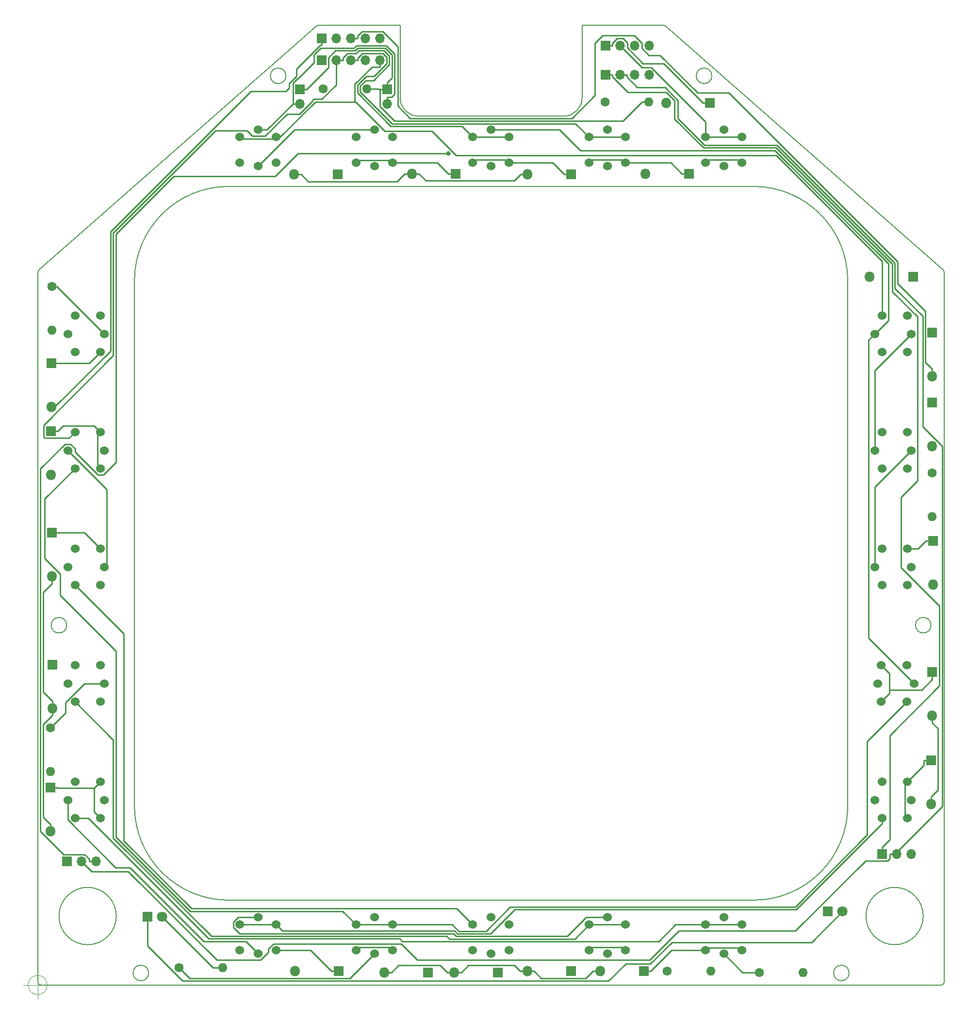
<source format=gbr>
G04 #@! TF.GenerationSoftware,KiCad,Pcbnew,(5.1.5-0-10_14)*
G04 #@! TF.CreationDate,2020-05-20T14:42:11+10:00*
G04 #@! TF.ProjectId,Buttons_DDI,42757474-6f6e-4735-9f44-44492e6b6963,rev?*
G04 #@! TF.SameCoordinates,Original*
G04 #@! TF.FileFunction,Copper,L2,Bot*
G04 #@! TF.FilePolarity,Positive*
%FSLAX46Y46*%
G04 Gerber Fmt 4.6, Leading zero omitted, Abs format (unit mm)*
G04 Created by KiCad (PCBNEW (5.1.5-0-10_14)) date 2020-05-20 14:42:11*
%MOMM*%
%LPD*%
G04 APERTURE LIST*
%ADD10C,0.200000*%
%ADD11C,0.100000*%
%ADD12O,1.800000X1.800000*%
%ADD13R,1.800000X1.800000*%
%ADD14O,1.600000X1.600000*%
%ADD15C,1.600000*%
%ADD16C,1.800000*%
%ADD17O,1.700000X1.700000*%
%ADD18R,1.700000X1.700000*%
%ADD19C,1.524000*%
%ADD20C,0.800000*%
%ADD21C,0.250000*%
G04 APERTURE END LIST*
D10*
X30987380Y-164503100D02*
G75*
G03X30987380Y-164503100I-5000000J0D01*
G01*
X60587233Y-17986375D02*
G75*
G03X60587233Y-17986375I-1352550J0D01*
G01*
X83693000Y-25019000D02*
X109093000Y-25019000D01*
X112268000Y-21844000D02*
G75*
G02X109093000Y-25019000I-3175000J0D01*
G01*
X173148629Y-113792000D02*
G75*
G03X173148629Y-113792000I-1352550J0D01*
G01*
X50604140Y-161734500D02*
G75*
G02X34163000Y-145293360I0J16441140D01*
G01*
X158864300Y-174434500D02*
G75*
G03X158864300Y-174434500I-1352550J0D01*
G01*
X36626800Y-174434500D02*
G75*
G03X36626800Y-174434500I-1352550J0D01*
G01*
X158623000Y-145293360D02*
X158623000Y-53715640D01*
X142181860Y-37274500D02*
G75*
G02X158623000Y-53715640I0J-16441140D01*
G01*
X142181860Y-37274500D02*
X50604140Y-37274500D01*
X50604140Y-161734500D02*
X142181860Y-161734500D01*
X171798621Y-164503100D02*
G75*
G03X171798621Y-164503100I-5000000J0D01*
G01*
X126464426Y-9144000D02*
X112268000Y-9144000D01*
X126464426Y-9144000D02*
G75*
G02X126799582Y-9270248I0J-508000D01*
G01*
X17303750Y-52240798D02*
X17303750Y-176022000D01*
X17811750Y-176530000D02*
X174974250Y-176530000D01*
X175309406Y-51859046D02*
X126799582Y-9270248D01*
X175309406Y-51859046D02*
G75*
G02X175482250Y-52240798I-335156J-381752D01*
G01*
X158623000Y-145293360D02*
G75*
G02X142181860Y-161734500I-16441140J0D01*
G01*
X34163000Y-53715640D02*
X34163000Y-145293360D01*
X65986418Y-9270248D02*
G75*
G02X66321574Y-9144000I335156J-381752D01*
G01*
X134903867Y-17986375D02*
G75*
G03X134903867Y-17986375I-1352550J0D01*
G01*
X22342471Y-113792000D02*
G75*
G03X22342471Y-113792000I-1352550J0D01*
G01*
X175482250Y-176022000D02*
X175482250Y-52240798D01*
X175482250Y-176022000D02*
G75*
G02X174974250Y-176530000I-508000J0D01*
G01*
X17303750Y-52240798D02*
G75*
G02X17476594Y-51859046I508000J0D01*
G01*
X80518000Y-9144000D02*
X66321574Y-9144000D01*
X112268000Y-21844000D02*
X112268000Y-9144000D01*
X34163000Y-53715640D02*
G75*
G02X50604140Y-37274500I16441140J0D01*
G01*
X17811750Y-176530000D02*
G75*
G02X17303750Y-176022000I0J508000D01*
G01*
X65986418Y-9270248D02*
X17476594Y-51859046D01*
X80518000Y-9144000D02*
X80518000Y-21844000D01*
X83693000Y-25019000D02*
G75*
G02X80518000Y-21844000I0J3175000D01*
G01*
D11*
X18938666Y-176530000D02*
G75*
G03X18938666Y-176530000I-1666666J0D01*
G01*
X14772000Y-176530000D02*
X19772000Y-176530000D01*
X17272000Y-174030000D02*
X17272000Y-179030000D01*
D12*
X19562000Y-87570000D03*
D13*
X19562000Y-79950000D03*
D14*
X134722000Y-174080000D03*
D15*
X127102000Y-174080000D03*
D14*
X74672000Y-20230000D03*
D15*
X67052000Y-20230000D03*
D14*
X123862000Y-22540000D03*
D15*
X116242000Y-22540000D03*
D14*
X173382000Y-94820000D03*
D15*
X173382000Y-87200000D03*
D14*
X49572000Y-173550000D03*
D15*
X41952000Y-173550000D03*
D14*
X150792000Y-174320000D03*
D15*
X143172000Y-174320000D03*
D14*
X19482000Y-139280000D03*
D15*
X19482000Y-131660000D03*
D14*
X19782000Y-62330000D03*
D15*
X19782000Y-54710000D03*
D16*
X157722000Y-163690000D03*
D13*
X155182000Y-163690000D03*
D16*
X38962000Y-164630000D03*
D13*
X36422000Y-164630000D03*
D17*
X78232000Y-22860000D03*
D18*
X78232000Y-20320000D03*
D17*
X123952000Y-12700000D03*
X121412000Y-12700000D03*
X118872000Y-12700000D03*
D18*
X116332000Y-12700000D03*
D17*
X76962000Y-11430000D03*
X74422000Y-11430000D03*
X71882000Y-11430000D03*
X69342000Y-11430000D03*
D18*
X66802000Y-11430000D03*
D12*
X126962000Y-22680000D03*
D13*
X134582000Y-22680000D03*
D17*
X62992000Y-22860000D03*
D18*
X62992000Y-20320000D03*
D17*
X76962000Y-15240000D03*
X74422000Y-15240000D03*
X71882000Y-15240000D03*
X69342000Y-15240000D03*
D18*
X66802000Y-15240000D03*
D17*
X123952000Y-17780000D03*
X121412000Y-17780000D03*
X118872000Y-17780000D03*
D18*
X116332000Y-17780000D03*
D17*
X27432000Y-154940000D03*
X24892000Y-154940000D03*
D18*
X22352000Y-154940000D03*
D17*
X169672000Y-153670000D03*
X167132000Y-153670000D03*
D18*
X164592000Y-153670000D03*
D12*
X62012000Y-35180000D03*
D13*
X69632000Y-35180000D03*
D12*
X82542000Y-35040000D03*
D13*
X90162000Y-35040000D03*
D12*
X102772000Y-35180000D03*
D13*
X110392000Y-35180000D03*
D12*
X123292000Y-35040000D03*
D13*
X130912000Y-35040000D03*
D12*
X162442000Y-52990000D03*
D13*
X170062000Y-52990000D03*
D12*
X173382000Y-70360000D03*
D13*
X173382000Y-62740000D03*
D12*
X173382000Y-82590000D03*
D13*
X173382000Y-74970000D03*
D12*
X173482000Y-106680000D03*
D13*
X173482000Y-99060000D03*
D12*
X173382000Y-129590000D03*
D13*
X173382000Y-121970000D03*
D12*
X173142000Y-144940000D03*
D13*
X173142000Y-137320000D03*
D12*
X62172000Y-174110000D03*
D13*
X69792000Y-174110000D03*
D12*
X115402000Y-174080000D03*
D13*
X123022000Y-174080000D03*
D12*
X102692000Y-174110000D03*
D13*
X110312000Y-174110000D03*
D12*
X89982000Y-174350000D03*
D13*
X97602000Y-174350000D03*
D12*
X77762000Y-174350000D03*
D13*
X85382000Y-174350000D03*
D12*
X19672000Y-75740000D03*
D13*
X19672000Y-68120000D03*
D12*
X19482000Y-149750000D03*
D13*
X19482000Y-142130000D03*
D12*
X19812000Y-128270000D03*
D13*
X19812000Y-120650000D03*
D12*
X19752000Y-105310000D03*
D13*
X19752000Y-97690000D03*
D19*
X76042000Y-27411000D03*
X76042000Y-33761000D03*
X72867000Y-28681000D03*
X79217000Y-28681000D03*
X72867000Y-33126000D03*
X79217000Y-33126000D03*
X96362000Y-27411000D03*
X96362000Y-33761000D03*
X93187000Y-28681000D03*
X99537000Y-28681000D03*
X93187000Y-33126000D03*
X99537000Y-33126000D03*
X116682000Y-27411000D03*
X116682000Y-33761000D03*
X113507000Y-28681000D03*
X119857000Y-28681000D03*
X113507000Y-33126000D03*
X119857000Y-33126000D03*
X137002000Y-27411000D03*
X137002000Y-33761000D03*
X133827000Y-28681000D03*
X140177000Y-28681000D03*
X133827000Y-33126000D03*
X140177000Y-33126000D03*
X163333000Y-62990000D03*
X169683000Y-62990000D03*
X164603000Y-66165000D03*
X164603000Y-59815000D03*
X169048000Y-66165000D03*
X169048000Y-59815000D03*
X163333000Y-83310000D03*
X169683000Y-83310000D03*
X164603000Y-86485000D03*
X164603000Y-80135000D03*
X169048000Y-86485000D03*
X169048000Y-80135000D03*
X163333000Y-103630000D03*
X169683000Y-103630000D03*
X164603000Y-106805000D03*
X164603000Y-100455000D03*
X169048000Y-106805000D03*
X169048000Y-100455000D03*
X170191000Y-123950000D03*
X163841000Y-123950000D03*
X168921000Y-120775000D03*
X168921000Y-127125000D03*
X164476000Y-120775000D03*
X164476000Y-127125000D03*
X163333000Y-144270000D03*
X169683000Y-144270000D03*
X164603000Y-147445000D03*
X164603000Y-141095000D03*
X169048000Y-147445000D03*
X169048000Y-141095000D03*
X137002000Y-164741000D03*
X137002000Y-171091000D03*
X133827000Y-166011000D03*
X140177000Y-166011000D03*
X133827000Y-170456000D03*
X140177000Y-170456000D03*
X116682000Y-164741000D03*
X116682000Y-171091000D03*
X113507000Y-166011000D03*
X119857000Y-166011000D03*
X113507000Y-170456000D03*
X119857000Y-170456000D03*
X96362000Y-164741000D03*
X96362000Y-171091000D03*
X93187000Y-166011000D03*
X99537000Y-166011000D03*
X93187000Y-170456000D03*
X99537000Y-170456000D03*
X76042000Y-164741000D03*
X76042000Y-171091000D03*
X72867000Y-166011000D03*
X79217000Y-166011000D03*
X72867000Y-170456000D03*
X79217000Y-170456000D03*
X55722000Y-164741000D03*
X55722000Y-171091000D03*
X52547000Y-166011000D03*
X58897000Y-166011000D03*
X52547000Y-170456000D03*
X58897000Y-170456000D03*
X22523000Y-144270000D03*
X28873000Y-144270000D03*
X23793000Y-147445000D03*
X23793000Y-141095000D03*
X28238000Y-147445000D03*
X28238000Y-141095000D03*
X22523000Y-123950000D03*
X28873000Y-123950000D03*
X23793000Y-127125000D03*
X23793000Y-120775000D03*
X28238000Y-127125000D03*
X28238000Y-120775000D03*
X22523000Y-103630000D03*
X28873000Y-103630000D03*
X23793000Y-106805000D03*
X23793000Y-100455000D03*
X28238000Y-106805000D03*
X28238000Y-100455000D03*
X22523000Y-83310000D03*
X28873000Y-83310000D03*
X23793000Y-86485000D03*
X23793000Y-80135000D03*
X28238000Y-86485000D03*
X28238000Y-80135000D03*
X22523000Y-62990000D03*
X28873000Y-62990000D03*
X23793000Y-66165000D03*
X23793000Y-59815000D03*
X28238000Y-66165000D03*
X28238000Y-59815000D03*
X55722000Y-27411000D03*
X55722000Y-33761000D03*
X52547000Y-28681000D03*
X58897000Y-28681000D03*
X52547000Y-33126000D03*
X58897000Y-33126000D03*
D20*
X88898100Y-31490300D03*
D21*
X78232000Y-21684700D02*
X79040100Y-21684700D01*
X79040100Y-21684700D02*
X79526600Y-21198200D01*
X79526600Y-21198200D02*
X79526600Y-14164900D01*
X79526600Y-14164900D02*
X78075400Y-12713700D01*
X78075400Y-12713700D02*
X72912800Y-12713700D01*
X72912800Y-12713700D02*
X72463200Y-13163300D01*
X72463200Y-13163300D02*
X66676500Y-13163300D01*
X66676500Y-13163300D02*
X65496900Y-14342900D01*
X65496900Y-14342900D02*
X65496900Y-15683300D01*
X65496900Y-15683300D02*
X62665600Y-18514600D01*
X62665600Y-18514600D02*
X62586000Y-18514600D01*
X62586000Y-18514600D02*
X61816700Y-19283900D01*
X61816700Y-19283900D02*
X61816700Y-22860000D01*
X96362000Y-27411000D02*
X108356200Y-27411000D01*
X108356200Y-27411000D02*
X111928300Y-30983100D01*
X111928300Y-30983100D02*
X145914700Y-30983100D01*
X145914700Y-30983100D02*
X165690400Y-50758800D01*
X165690400Y-50758800D02*
X165690400Y-60632600D01*
X165690400Y-60632600D02*
X163333000Y-62990000D01*
X61816700Y-22860000D02*
X57265700Y-27411000D01*
X57265700Y-27411000D02*
X55722000Y-27411000D01*
X62992000Y-22860000D02*
X61816700Y-22860000D01*
X78232000Y-22860000D02*
X78232000Y-21684700D01*
X116682000Y-164741000D02*
X112990900Y-164741000D01*
X112990900Y-164741000D02*
X109706700Y-168025200D01*
X109706700Y-168025200D02*
X90307700Y-168025200D01*
X90307700Y-168025200D02*
X89840500Y-167558000D01*
X89840500Y-167558000D02*
X52518000Y-167558000D01*
X52518000Y-167558000D02*
X51447200Y-166487200D01*
X51447200Y-166487200D02*
X51447200Y-165527400D01*
X51447200Y-165527400D02*
X52233600Y-164741000D01*
X52233600Y-164741000D02*
X55722000Y-164741000D01*
X163333000Y-62990000D02*
X162245600Y-64077400D01*
X162245600Y-64077400D02*
X162245600Y-116004600D01*
X162245600Y-116004600D02*
X170191000Y-123950000D01*
X22523000Y-83310000D02*
X29339500Y-90126500D01*
X29339500Y-90126500D02*
X29339500Y-103163500D01*
X29339500Y-103163500D02*
X28873000Y-103630000D01*
X163333000Y-103630000D02*
X163333000Y-89660000D01*
X163333000Y-89660000D02*
X169683000Y-83310000D01*
X163333000Y-83310000D02*
X163333000Y-69340000D01*
X163333000Y-69340000D02*
X169683000Y-62990000D01*
X55722000Y-33761000D02*
X62072000Y-27411000D01*
X62072000Y-27411000D02*
X76042000Y-27411000D01*
X28873000Y-62990000D02*
X20593000Y-54710000D01*
X20593000Y-54710000D02*
X19782000Y-54710000D01*
X28873000Y-123950000D02*
X25430200Y-123950000D01*
X25430200Y-123950000D02*
X22095400Y-127284800D01*
X22095400Y-127284800D02*
X22095400Y-129046600D01*
X22095400Y-129046600D02*
X19482000Y-131660000D01*
X137002000Y-171091000D02*
X140231000Y-174320000D01*
X140231000Y-174320000D02*
X143172000Y-174320000D01*
X76042000Y-171091000D02*
X71769000Y-175364000D01*
X71769000Y-175364000D02*
X43766000Y-175364000D01*
X43766000Y-175364000D02*
X41952000Y-173550000D01*
X28238000Y-80135000D02*
X27744000Y-80629000D01*
X27744000Y-80629000D02*
X27744000Y-85991000D01*
X27744000Y-85991000D02*
X28238000Y-86485000D01*
X28238000Y-80135000D02*
X27147800Y-79044800D01*
X27147800Y-79044800D02*
X21692500Y-79044800D01*
X21692500Y-79044800D02*
X20787300Y-79950000D01*
X19562000Y-79950000D02*
X20787300Y-79950000D01*
X28238000Y-100455000D02*
X25473000Y-97690000D01*
X25473000Y-97690000D02*
X19752000Y-97690000D01*
X27150600Y-142182400D02*
X20759700Y-142182400D01*
X20759700Y-142182400D02*
X20707300Y-142130000D01*
X28238000Y-141095000D02*
X27150600Y-142182400D01*
X28238000Y-147445000D02*
X27150600Y-146357600D01*
X27150600Y-146357600D02*
X27150600Y-142182400D01*
X19482000Y-142130000D02*
X20707300Y-142130000D01*
X28238000Y-66165000D02*
X26283000Y-68120000D01*
X26283000Y-68120000D02*
X19672000Y-68120000D01*
X79217000Y-170456000D02*
X78732300Y-169971300D01*
X78732300Y-169971300D02*
X73351700Y-169971300D01*
X73351700Y-169971300D02*
X72867000Y-170456000D01*
X119857000Y-170456000D02*
X119394300Y-169993300D01*
X119394300Y-169993300D02*
X113969700Y-169993300D01*
X113969700Y-169993300D02*
X113507000Y-170456000D01*
X124247300Y-174080000D02*
X127871300Y-170456000D01*
X127871300Y-170456000D02*
X133827000Y-170456000D01*
X140177000Y-170456000D02*
X139720300Y-169999300D01*
X139720300Y-169999300D02*
X134283700Y-169999300D01*
X134283700Y-169999300D02*
X133827000Y-170456000D01*
X123022000Y-174080000D02*
X124247300Y-174080000D01*
X69792000Y-174110000D02*
X68566700Y-174110000D01*
X58897000Y-170456000D02*
X64912700Y-170456000D01*
X64912700Y-170456000D02*
X68566700Y-174110000D01*
X169048000Y-141095000D02*
X171916700Y-138226300D01*
X171916700Y-138226300D02*
X171916700Y-137320000D01*
X169048000Y-147445000D02*
X168595600Y-146992600D01*
X168595600Y-146992600D02*
X168595600Y-141547400D01*
X168595600Y-141547400D02*
X169048000Y-141095000D01*
X173142000Y-137320000D02*
X171916700Y-137320000D01*
X165930500Y-125051700D02*
X165930500Y-122229500D01*
X165930500Y-122229500D02*
X164476000Y-120775000D01*
X164476000Y-127125000D02*
X165930500Y-125670500D01*
X165930500Y-125670500D02*
X165930500Y-125051700D01*
X165930500Y-125051700D02*
X171525600Y-125051700D01*
X171525600Y-125051700D02*
X173382000Y-123195300D01*
X173382000Y-121970000D02*
X173382000Y-123195300D01*
X173482000Y-99060000D02*
X172256700Y-99060000D01*
X169048000Y-100455000D02*
X170861700Y-100455000D01*
X170861700Y-100455000D02*
X172256700Y-99060000D01*
X140177000Y-33126000D02*
X139716700Y-32665700D01*
X139716700Y-32665700D02*
X134287300Y-32665700D01*
X134287300Y-32665700D02*
X133827000Y-33126000D01*
X130912000Y-35040000D02*
X129686700Y-35040000D01*
X129686700Y-35040000D02*
X127772700Y-33126000D01*
X127772700Y-33126000D02*
X119857000Y-33126000D01*
X119857000Y-33126000D02*
X119391500Y-32660500D01*
X119391500Y-32660500D02*
X113972500Y-32660500D01*
X113972500Y-32660500D02*
X113507000Y-33126000D01*
X99537000Y-33126000D02*
X99072000Y-32661000D01*
X99072000Y-32661000D02*
X93652000Y-32661000D01*
X93652000Y-32661000D02*
X93187000Y-33126000D01*
X109166700Y-35180000D02*
X107112700Y-33126000D01*
X107112700Y-33126000D02*
X99537000Y-33126000D01*
X110392000Y-35180000D02*
X109166700Y-35180000D01*
X79217000Y-33126000D02*
X87022700Y-33126000D01*
X87022700Y-33126000D02*
X88936700Y-35040000D01*
X72867000Y-33126000D02*
X73319400Y-32673600D01*
X73319400Y-32673600D02*
X78764600Y-32673600D01*
X78764600Y-32673600D02*
X79217000Y-33126000D01*
X90162000Y-35040000D02*
X88936700Y-35040000D01*
X120047300Y-17780000D02*
X120047300Y-18147400D01*
X120047300Y-18147400D02*
X121909000Y-20009100D01*
X121909000Y-20009100D02*
X126735800Y-20009100D01*
X126735800Y-20009100D02*
X128992200Y-22265500D01*
X128992200Y-22265500D02*
X128992200Y-25426300D01*
X128992200Y-25426300D02*
X133648200Y-30082300D01*
X133648200Y-30082300D02*
X146287700Y-30082300D01*
X146287700Y-30082300D02*
X166865700Y-50660300D01*
X166865700Y-50660300D02*
X166865700Y-55069900D01*
X166865700Y-55069900D02*
X171706300Y-59910500D01*
X171706300Y-59910500D02*
X171706300Y-79161300D01*
X171706300Y-79161300D02*
X175092800Y-82547800D01*
X175092800Y-82547800D02*
X175092800Y-145364600D01*
X175092800Y-145364600D02*
X166787400Y-153670000D01*
X24892000Y-154940000D02*
X26708500Y-156756500D01*
X26708500Y-156756500D02*
X33085600Y-156756500D01*
X33085600Y-156756500D02*
X48525700Y-172196600D01*
X48525700Y-172196600D02*
X56156900Y-172196600D01*
X56156900Y-172196600D02*
X57562000Y-170791500D01*
X57562000Y-170791500D02*
X57562000Y-170217200D01*
X57562000Y-170217200D02*
X58433200Y-169346000D01*
X58433200Y-169346000D02*
X80703000Y-169346000D01*
X80703000Y-169346000D02*
X83535400Y-172178400D01*
X83535400Y-172178400D02*
X124043300Y-172178400D01*
X124043300Y-172178400D02*
X129123300Y-167098400D01*
X129123300Y-167098400D02*
X149498500Y-167098400D01*
X149498500Y-167098400D02*
X161751600Y-154845300D01*
X161751600Y-154845300D02*
X165589500Y-154845300D01*
X165589500Y-154845300D02*
X165956700Y-154478100D01*
X165956700Y-154478100D02*
X165956700Y-153670000D01*
X118872000Y-17780000D02*
X120047300Y-17780000D01*
X166787400Y-153670000D02*
X165956700Y-153670000D01*
X167132000Y-153670000D02*
X166787400Y-153670000D01*
X117507300Y-17780000D02*
X117507300Y-18147200D01*
X117507300Y-18147200D02*
X120223300Y-20863200D01*
X120223300Y-20863200D02*
X126953000Y-20863200D01*
X126953000Y-20863200D02*
X128410000Y-22320200D01*
X128410000Y-22320200D02*
X128410000Y-25481000D01*
X128410000Y-25481000D02*
X133461700Y-30532700D01*
X133461700Y-30532700D02*
X146101200Y-30532700D01*
X146101200Y-30532700D02*
X166415400Y-50846900D01*
X166415400Y-50846900D02*
X166415400Y-55629700D01*
X166415400Y-55629700D02*
X170780800Y-59995100D01*
X170780800Y-59995100D02*
X170780800Y-88597500D01*
X170780800Y-88597500D02*
X167931500Y-91446800D01*
X167931500Y-91446800D02*
X167931500Y-103780100D01*
X167931500Y-103780100D02*
X174610700Y-110459300D01*
X174610700Y-110459300D02*
X174610700Y-124350900D01*
X174610700Y-124350900D02*
X165954000Y-133007600D01*
X165954000Y-133007600D02*
X165954000Y-151132700D01*
X165954000Y-151132700D02*
X164592000Y-152494700D01*
X116332000Y-17780000D02*
X117507300Y-17780000D01*
X164592000Y-153670000D02*
X164592000Y-152494700D01*
X27432000Y-154940000D02*
X26256700Y-154940000D01*
X26256700Y-154940000D02*
X26256700Y-154572600D01*
X26256700Y-154572600D02*
X25448800Y-153764700D01*
X25448800Y-153764700D02*
X21763800Y-153764700D01*
X21763800Y-153764700D02*
X17748200Y-149749100D01*
X17748200Y-149749100D02*
X17748200Y-86498100D01*
X17748200Y-86498100D02*
X22024600Y-82221700D01*
X22024600Y-82221700D02*
X22988600Y-82221700D01*
X22988600Y-82221700D02*
X23793000Y-83026100D01*
X23793000Y-83026100D02*
X23793000Y-83577700D01*
X23793000Y-83577700D02*
X27814100Y-87598800D01*
X27814100Y-87598800D02*
X28715200Y-87598800D01*
X28715200Y-87598800D02*
X30908500Y-85405500D01*
X30908500Y-85405500D02*
X30908500Y-45565200D01*
X30908500Y-45565200D02*
X41005200Y-35468500D01*
X41005200Y-35468500D02*
X58684300Y-35468500D01*
X58684300Y-35468500D02*
X62662500Y-31490300D01*
X62662500Y-31490300D02*
X88898100Y-31490300D01*
X22523000Y-144270000D02*
X22523000Y-147712700D01*
X22523000Y-147712700D02*
X30891400Y-156081100D01*
X30891400Y-156081100D02*
X33365300Y-156081100D01*
X33365300Y-156081100D02*
X46263700Y-168979500D01*
X46263700Y-168979500D02*
X53610500Y-168979500D01*
X53610500Y-168979500D02*
X55722000Y-171091000D01*
X66802000Y-12605300D02*
X66581700Y-12605300D01*
X66581700Y-12605300D02*
X62399500Y-16787500D01*
X62399500Y-16787500D02*
X62399500Y-18064300D01*
X62399500Y-18064300D02*
X62399400Y-18064300D01*
X62399400Y-18064300D02*
X61152700Y-19311000D01*
X61152700Y-19311000D02*
X61152700Y-20118200D01*
X61152700Y-20118200D02*
X60571200Y-20699700D01*
X60571200Y-20699700D02*
X54500200Y-20699700D01*
X54500200Y-20699700D02*
X30007900Y-45192000D01*
X30007900Y-45192000D02*
X30007900Y-65941300D01*
X30007900Y-65941300D02*
X20209200Y-75740000D01*
X20209200Y-75740000D02*
X19672000Y-75740000D01*
X66802000Y-11430000D02*
X66802000Y-12605300D01*
X19812000Y-128270000D02*
X19812000Y-127044700D01*
X19752000Y-105310000D02*
X19752000Y-106535300D01*
X19752000Y-106535300D02*
X18202500Y-108084800D01*
X18202500Y-108084800D02*
X18202500Y-125435200D01*
X18202500Y-125435200D02*
X19812000Y-127044700D01*
X19482000Y-149750000D02*
X19482000Y-148524700D01*
X19812000Y-128270000D02*
X19812000Y-129495300D01*
X19812000Y-129495300D02*
X18256700Y-131050600D01*
X18256700Y-131050600D02*
X18256700Y-147299400D01*
X18256700Y-147299400D02*
X19482000Y-148524700D01*
X102772000Y-35180000D02*
X101546700Y-35180000D01*
X82542000Y-35040000D02*
X83767300Y-35040000D01*
X83767300Y-35040000D02*
X85010000Y-36282700D01*
X85010000Y-36282700D02*
X100444000Y-36282700D01*
X100444000Y-36282700D02*
X101546700Y-35180000D01*
X81929400Y-35040000D02*
X82542000Y-35040000D01*
X81929400Y-35040000D02*
X81316700Y-35040000D01*
X62012000Y-35180000D02*
X63237300Y-35180000D01*
X81316700Y-35040000D02*
X79951400Y-36405300D01*
X79951400Y-36405300D02*
X64462600Y-36405300D01*
X64462600Y-36405300D02*
X63237300Y-35180000D01*
X173382000Y-70360000D02*
X173382000Y-69134700D01*
X71882000Y-11430000D02*
X73057300Y-11430000D01*
X73057300Y-11430000D02*
X73057300Y-11062700D01*
X73057300Y-11062700D02*
X73870000Y-10250000D01*
X73870000Y-10250000D02*
X77514500Y-10250000D01*
X77514500Y-10250000D02*
X80148300Y-12883800D01*
X80148300Y-12883800D02*
X80148300Y-23267600D01*
X80148300Y-23267600D02*
X82274500Y-25393800D01*
X82274500Y-25393800D02*
X110518700Y-25393800D01*
X110518700Y-25393800D02*
X114518300Y-21394200D01*
X114518300Y-21394200D02*
X114518300Y-12341400D01*
X114518300Y-12341400D02*
X115879500Y-10980200D01*
X115879500Y-10980200D02*
X121354600Y-10980200D01*
X121354600Y-10980200D02*
X122682000Y-12307600D01*
X122682000Y-12307600D02*
X122682000Y-13146700D01*
X122682000Y-13146700D02*
X123940400Y-14405100D01*
X123940400Y-14405100D02*
X125867500Y-14405100D01*
X125867500Y-14405100D02*
X132433100Y-20970700D01*
X132433100Y-20970700D02*
X137909700Y-20970700D01*
X137909700Y-20970700D02*
X167316100Y-50377100D01*
X167316100Y-50377100D02*
X167316100Y-54215400D01*
X167316100Y-54215400D02*
X172156700Y-59056000D01*
X172156700Y-59056000D02*
X172156700Y-67909400D01*
X172156700Y-67909400D02*
X173382000Y-69134700D01*
X173142000Y-144940000D02*
X173142000Y-143714700D01*
X173382000Y-129590000D02*
X173382000Y-130815300D01*
X173382000Y-130815300D02*
X174367300Y-131800600D01*
X174367300Y-131800600D02*
X174367300Y-142489400D01*
X174367300Y-142489400D02*
X173142000Y-143714700D01*
X89982000Y-174350000D02*
X88756700Y-174350000D01*
X77762000Y-174350000D02*
X78987300Y-174350000D01*
X78987300Y-174350000D02*
X80212600Y-173124700D01*
X80212600Y-173124700D02*
X87531400Y-173124700D01*
X87531400Y-173124700D02*
X88756700Y-174350000D01*
X102692000Y-174110000D02*
X101466700Y-174110000D01*
X89982000Y-174350000D02*
X91207300Y-174350000D01*
X91207300Y-174350000D02*
X92432600Y-173124700D01*
X92432600Y-173124700D02*
X100481400Y-173124700D01*
X100481400Y-173124700D02*
X101466700Y-174110000D01*
X115402000Y-174080000D02*
X114176700Y-174080000D01*
X102692000Y-174110000D02*
X103917300Y-174110000D01*
X103917300Y-174110000D02*
X105142700Y-175335400D01*
X105142700Y-175335400D02*
X112921300Y-175335400D01*
X112921300Y-175335400D02*
X114176700Y-174080000D01*
X72615800Y-22518200D02*
X72728400Y-22518200D01*
X72728400Y-22518200D02*
X77803800Y-27593600D01*
X77803800Y-27593600D02*
X86027200Y-27593600D01*
X86027200Y-27593600D02*
X90317100Y-31883500D01*
X90317100Y-31883500D02*
X146178200Y-31883500D01*
X146178200Y-31883500D02*
X164603000Y-50308300D01*
X164603000Y-50308300D02*
X164603000Y-59815000D01*
X58897000Y-28681000D02*
X59533900Y-28681000D01*
X59533900Y-28681000D02*
X65696600Y-22518300D01*
X65696600Y-22518300D02*
X65696600Y-22518200D01*
X65696600Y-22518200D02*
X72615800Y-22518200D01*
X76962000Y-16415300D02*
X75614700Y-16415300D01*
X75614700Y-16415300D02*
X72615800Y-19414200D01*
X72615800Y-19414200D02*
X72615800Y-22518200D01*
X76962000Y-15240000D02*
X76962000Y-16415300D01*
X58897000Y-28681000D02*
X58584200Y-28993800D01*
X58584200Y-28993800D02*
X52859800Y-28993800D01*
X52859800Y-28993800D02*
X52547000Y-28681000D01*
X133827000Y-166011000D02*
X128557000Y-166011000D01*
X128557000Y-166011000D02*
X125642200Y-168925800D01*
X125642200Y-168925800D02*
X80919700Y-168925800D01*
X80919700Y-168925800D02*
X80452500Y-168458600D01*
X80452500Y-168458600D02*
X47148500Y-168458600D01*
X47148500Y-168458600D02*
X26134900Y-147445000D01*
X26134900Y-147445000D02*
X23793000Y-147445000D01*
X140177000Y-166011000D02*
X133827000Y-166011000D01*
X23793000Y-127125000D02*
X30461700Y-133793700D01*
X30461700Y-133793700D02*
X30461700Y-150876300D01*
X30461700Y-150876300D02*
X47593700Y-168008300D01*
X47593700Y-168008300D02*
X88668600Y-168008300D01*
X88668600Y-168008300D02*
X89135800Y-168475500D01*
X89135800Y-168475500D02*
X111042500Y-168475500D01*
X111042500Y-168475500D02*
X113507000Y-166011000D01*
X113507000Y-166011000D02*
X119857000Y-166011000D01*
X71882000Y-15240000D02*
X73057300Y-15240000D01*
X73057300Y-15240000D02*
X73057300Y-14916200D01*
X73057300Y-14916200D02*
X73908900Y-14064600D01*
X73908900Y-14064600D02*
X77515600Y-14064600D01*
X77515600Y-14064600D02*
X78175700Y-14724700D01*
X78175700Y-14724700D02*
X78175700Y-15864500D01*
X78175700Y-15864500D02*
X75962300Y-18077900D01*
X75962300Y-18077900D02*
X74589000Y-18077900D01*
X74589000Y-18077900D02*
X73066100Y-19600800D01*
X73066100Y-19600800D02*
X73066100Y-20967300D01*
X73066100Y-20967300D02*
X78898100Y-26799300D01*
X78898100Y-26799300D02*
X91305300Y-26799300D01*
X91305300Y-26799300D02*
X93187000Y-28681000D01*
X93187000Y-28681000D02*
X99537000Y-28681000D01*
X23793000Y-106805000D02*
X32277500Y-115289500D01*
X32277500Y-115289500D02*
X32277500Y-151370800D01*
X32277500Y-151370800D02*
X44109400Y-163202700D01*
X44109400Y-163202700D02*
X90378700Y-163202700D01*
X90378700Y-163202700D02*
X93187000Y-166011000D01*
X113507000Y-28681000D02*
X111149700Y-26323700D01*
X111149700Y-26323700D02*
X79068700Y-26323700D01*
X79068700Y-26323700D02*
X73535200Y-20790200D01*
X73535200Y-20790200D02*
X73535200Y-19768600D01*
X73535200Y-19768600D02*
X74512900Y-18790900D01*
X74512900Y-18790900D02*
X75886200Y-18790900D01*
X75886200Y-18790900D02*
X78626000Y-16051100D01*
X78626000Y-16051100D02*
X78626000Y-14538100D01*
X78626000Y-14538100D02*
X77702200Y-13614300D01*
X77702200Y-13614300D02*
X73286100Y-13614300D01*
X73286100Y-13614300D02*
X72835800Y-14064600D01*
X72835800Y-14064600D02*
X71325400Y-14064600D01*
X71325400Y-14064600D02*
X70517300Y-14872700D01*
X70517300Y-14872700D02*
X70517300Y-15240000D01*
X69342000Y-15240000D02*
X70517300Y-15240000D01*
X69342000Y-15240000D02*
X69342000Y-19561300D01*
X69342000Y-19561300D02*
X66835500Y-22067800D01*
X66835500Y-22067800D02*
X65430500Y-22067800D01*
X65430500Y-22067800D02*
X65191900Y-22306400D01*
X65191900Y-22306400D02*
X65191900Y-22386100D01*
X65191900Y-22386100D02*
X62951200Y-24626800D01*
X62951200Y-24626800D02*
X60824800Y-24626800D01*
X60824800Y-24626800D02*
X56939400Y-28512200D01*
X56939400Y-28512200D02*
X54709000Y-28512200D01*
X54709000Y-28512200D02*
X53762600Y-27565800D01*
X53762600Y-27565800D02*
X48271000Y-27565800D01*
X48271000Y-27565800D02*
X30458200Y-45378600D01*
X30458200Y-45378600D02*
X30458200Y-66760200D01*
X30458200Y-66760200D02*
X18320900Y-78897500D01*
X18320900Y-78897500D02*
X18320900Y-80969100D01*
X18320900Y-80969100D02*
X18527200Y-81175400D01*
X18527200Y-81175400D02*
X22752600Y-81175400D01*
X22752600Y-81175400D02*
X23793000Y-80135000D01*
X113507000Y-28681000D02*
X119857000Y-28681000D01*
X79217000Y-166011000D02*
X72867000Y-166011000D01*
X168921000Y-127125000D02*
X162020500Y-134025500D01*
X162020500Y-134025500D02*
X162020500Y-150351800D01*
X162020500Y-150351800D02*
X149444500Y-162927800D01*
X149444500Y-162927800D02*
X99713000Y-162927800D01*
X99713000Y-162927800D02*
X95516300Y-167124500D01*
X95516300Y-167124500D02*
X90680800Y-167124500D01*
X90680800Y-167124500D02*
X89567300Y-166011000D01*
X89567300Y-166011000D02*
X79217000Y-166011000D01*
X23793000Y-86485000D02*
X18526600Y-91751400D01*
X18526600Y-91751400D02*
X18526600Y-102175800D01*
X18526600Y-102175800D02*
X21187200Y-104836400D01*
X21187200Y-104836400D02*
X21187200Y-108529200D01*
X21187200Y-108529200D02*
X30966600Y-118308600D01*
X30966600Y-118308600D02*
X30966600Y-150696800D01*
X30966600Y-150696800D02*
X43922900Y-163653100D01*
X43922900Y-163653100D02*
X70509100Y-163653100D01*
X70509100Y-163653100D02*
X72867000Y-166011000D01*
X118872000Y-12700000D02*
X122701000Y-16529000D01*
X122701000Y-16529000D02*
X124363300Y-16529000D01*
X124363300Y-16529000D02*
X133827000Y-25992700D01*
X133827000Y-25992700D02*
X133827000Y-28681000D01*
X164603000Y-147445000D02*
X164603000Y-148406200D01*
X164603000Y-148406200D02*
X149631000Y-163378200D01*
X149631000Y-163378200D02*
X100520200Y-163378200D01*
X100520200Y-163378200D02*
X96323500Y-167574900D01*
X96323500Y-167574900D02*
X90494300Y-167574900D01*
X90494300Y-167574900D02*
X90027100Y-167107700D01*
X90027100Y-167107700D02*
X59993700Y-167107700D01*
X59993700Y-167107700D02*
X58897000Y-166011000D01*
X140177000Y-28681000D02*
X133827000Y-28681000D01*
X58897000Y-166011000D02*
X52547000Y-166011000D01*
X78232000Y-19144700D02*
X79076300Y-18300400D01*
X79076300Y-18300400D02*
X79076300Y-14351500D01*
X79076300Y-14351500D02*
X77888800Y-13164000D01*
X77888800Y-13164000D02*
X73099400Y-13164000D01*
X73099400Y-13164000D02*
X72649800Y-13613600D01*
X72649800Y-13613600D02*
X69244200Y-13613600D01*
X69244200Y-13613600D02*
X67977400Y-14880400D01*
X67977400Y-14880400D02*
X67977400Y-16509900D01*
X67977400Y-16509900D02*
X64167300Y-20320000D01*
X76982300Y-20394400D02*
X77056700Y-20320000D01*
X75797300Y-20230000D02*
X76817900Y-20230000D01*
X76817900Y-20230000D02*
X76982300Y-20394400D01*
X76982300Y-20394400D02*
X76982300Y-23295200D01*
X76982300Y-23295200D02*
X79553200Y-25866100D01*
X79553200Y-25866100D02*
X119410600Y-25866100D01*
X119410600Y-25866100D02*
X122736700Y-22540000D01*
X123862000Y-22540000D02*
X122736700Y-22540000D01*
X78232000Y-20320000D02*
X78232000Y-19144700D01*
X62992000Y-20320000D02*
X64167300Y-20320000D01*
X78232000Y-20320000D02*
X77056700Y-20320000D01*
X38962000Y-164630000D02*
X47882000Y-173550000D01*
X47882000Y-173550000D02*
X49572000Y-173550000D01*
X74672000Y-20230000D02*
X75797300Y-20230000D01*
X133356700Y-22680000D02*
X126530400Y-15853700D01*
X126530400Y-15853700D02*
X122901000Y-15853700D01*
X122901000Y-15853700D02*
X120142000Y-13094700D01*
X120142000Y-13094700D02*
X120142000Y-12239300D01*
X120142000Y-12239300D02*
X119374500Y-11471800D01*
X119374500Y-11471800D02*
X118368200Y-11471800D01*
X118368200Y-11471800D02*
X117507300Y-12332700D01*
X117507300Y-12332700D02*
X117507300Y-12700000D01*
X134582000Y-22680000D02*
X133356700Y-22680000D01*
X116332000Y-12700000D02*
X117507300Y-12700000D01*
X36422000Y-164630000D02*
X36422000Y-169686200D01*
X36422000Y-169686200D02*
X42566700Y-175830900D01*
X42566700Y-175830900D02*
X116902000Y-175830900D01*
X116902000Y-175830900D02*
X119878300Y-172854600D01*
X119878300Y-172854600D02*
X124194600Y-172854600D01*
X124194600Y-172854600D02*
X127962600Y-169086600D01*
X127962600Y-169086600D02*
X152325400Y-169086600D01*
X152325400Y-169086600D02*
X157722000Y-163690000D01*
M02*

</source>
